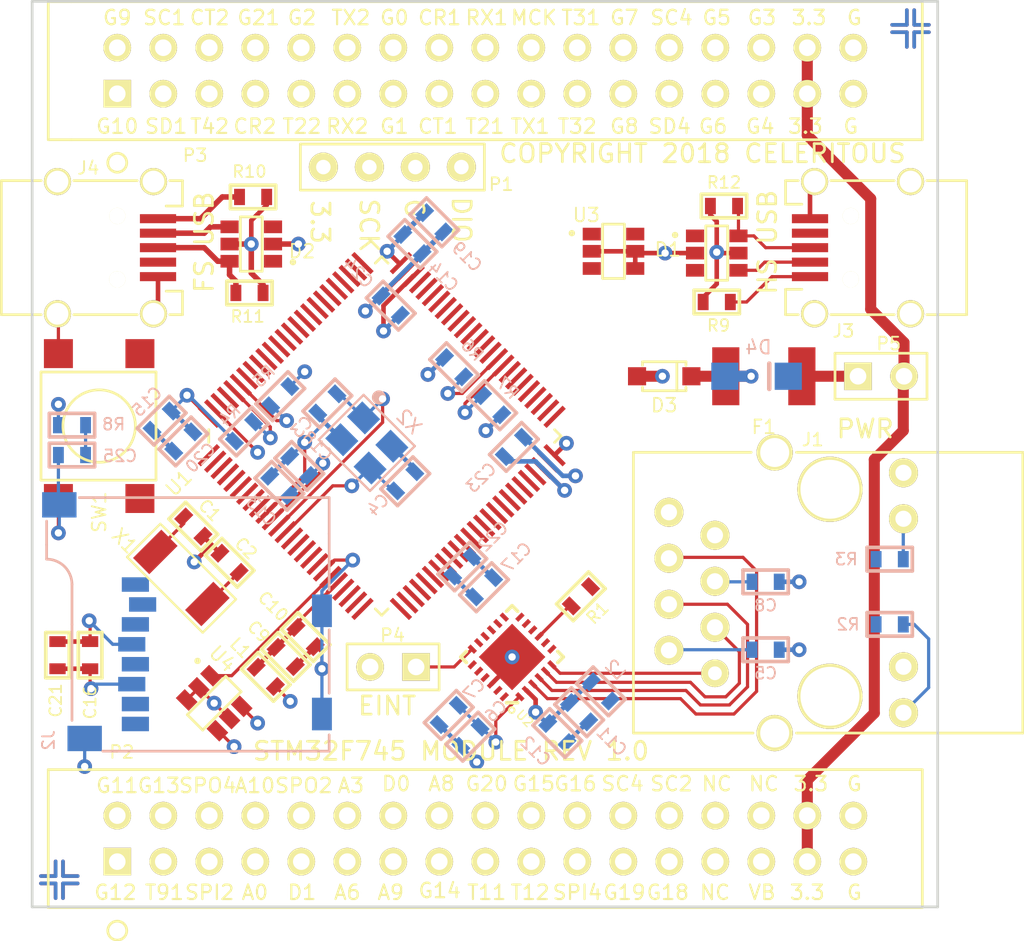
<source format=kicad_pcb>
(kicad_pcb (version 20221018) (generator pcbnew)
  (layers (0 "F.Cu" signal) (1 "In1.Cu" power "+3.3V") (2 "In2.Cu" power "GND") (31 "B.Cu" signal) (34 "B.Paste" user) (35 "F.Paste" user) (36 "B.SilkS" user "B.Silkscreen") (37 "F.SilkS" user "F.Silkscreen") (38 "B.Mask" user) (39 "F.Mask" user) (44 "Edge.Cuts" user))
  (net 0 "")
  (net 1 "/OSC32IN")
  (net 2 "GND")
  (net 3 "/OSC32OUT")
  (net 4 "/OSCHSIN")
  (net 5 "/OSCHSOUT")
  (net 6 "/USB_HS_DM")
  (net 7 "/USB_HS_DP")
  (net 8 "Net-(D1-Pad4)")
  (net 9 "Net-(D1-Pad6)")
  (net 10 "/USB_FS_DM")
  (net 11 "/USB_FS_DP")
  (net 12 "Net-(D2-Pad4)")
  (net 13 "Net-(D2-Pad6)")
  (net 14 "/SDMMC_D1")
  (net 15 "/SDMMC_D0")
  (net 16 "/SDMMC_CK")
  (net 17 "/SDMMC_CMD")
  (net 18 "/SDMMC_D3")
  (net 19 "/SDMMC_D2")
  (net 20 "/JTAG_SWDIO")
  (net 21 "/JTAG_SWCLK")
  (net 22 "/GPIO_11")
  (net 23 "/GPIO_12")
  (net 24 "/GPIO_13")
  (net 25 "/TIM9_CH1")
  (net 26 "/SPI4_MOSI")
  (net 27 "/ADC_10")
  (net 28 "/SPI2_MISO")
  (net 29 "/SPI2_MOSI")
  (net 30 "/ADC_0")
  (net 31 "/ADC_3")
  (net 32 "/DAC_1")
  (net 33 "/DAC_0")
  (net 34 "/ADC_6")
  (net 35 "/ADC_8")
  (net 36 "/ADC_9")
  (net 37 "/GPIO_20")
  (net 38 "/GPIO_14")
  (net 39 "/GPIO_15")
  (net 40 "/TIM1_CH1")
  (net 41 "/GPIO_16")
  (net 42 "/TIM1_CH2")
  (net 43 "/GPIO_17")
  (net 44 "/SPI4_MISO")
  (net 45 "/GPIO_18")
  (net 46 "/GPIO_19")
  (net 47 "/SPI2_SCK")
  (net 48 "/GPIO_9")
  (net 49 "/GPIO_10")
  (net 50 "/I2C1_SCL")
  (net 51 "/I2C1_SDA")
  (net 52 "/CAN2_TX")
  (net 53 "/TIM4_CH2")
  (net 54 "/GPIO_21")
  (net 55 "/CAN2_RX")
  (net 56 "/GPIO_2")
  (net 57 "/TIM2_CH2")
  (net 58 "/USART2_TX")
  (net 59 "/USART2_RX")
  (net 60 "/GPIO_0")
  (net 61 "/GPIO_1")
  (net 62 "/CAN1_RX")
  (net 63 "/CAN1_TX")
  (net 64 "/USART1_RX")
  (net 65 "/TIM2_CH1")
  (net 66 "/MCLKOUT")
  (net 67 "/USART1_TX")
  (net 68 "/TIM3_CH1")
  (net 69 "/TIM3_CH2")
  (net 70 "/GPIO_7")
  (net 71 "/GPIO_8")
  (net 72 "/I2C4_SCL")
  (net 73 "/I2C4_SDA")
  (net 74 "/GPIO_5")
  (net 75 "/GPIO_6")
  (net 76 "/GPIO_3")
  (net 77 "/GPIO_4")
  (net 78 "/ETH_MDC")
  (net 79 "/ETH_REF_CLK")
  (net 80 "/ETH_MDIO")
  (net 81 "/ETH_CRS_DV")
  (net 82 "/ETH_RXD0")
  (net 83 "/ETH_RXD1")
  (net 84 "/ETH_TXD0")
  (net 85 "/ETH_TXD1")
  (net 86 "Net-(J1-Pad9)")
  (net 87 "Net-(J1-Pad11)")
  (net 88 "/VBATT")
  (net 89 "/+3.3VANA")
  (net 90 "/VCAP1")
  (net 91 "/VCAP2")
  (net 92 "/ETH_RXM")
  (net 93 "/ETH_RXP")
  (net 94 "/ETH_TXM")
  (net 95 "/ETH_TXP")
  (net 96 "/ETH_TXC")
  (net 97 "Net-(C6-Pad1)")
  (net 98 "/ETH_RXC")
  (net 99 "/+3.3VETH")
  (net 100 "+3.3V")
  (net 101 "Net-(F1-Pad2)")
  (net 102 "/+3.3VEXT")
  (net 103 "/ETH_INT")
  (net 104 "Net-(R1-Pad2)")
  (net 105 "/ETH_LED")
  (net 106 "/+3.0VREF")
  (net 107 "Net-(J1-Pad7)")
  (net 108 "Net-(J3-Pad4)")
  (net 109 "Net-(J4-Pad4)")
  (net 110 "Net-(P2-Pad27)")
  (net 111 "Net-(P2-Pad30)")
  (net 112 "/MCU_RST")
  (net 113 "/ETH_TX_EN")
  (net 114 "/BOOT0")
  (net 115 "Net-(U2-Pad7)")
  (net 116 "Net-(U2-Pad17)")
  (net 117 "/ETH_TXEN")
  (net 118 "Net-(C25-Pad1)")
  (net 119 "Net-(J3-Pad1)")
  (net 120 "Net-(J4-Pad1)")
  (net 121 "/SPI4_SCK")
  (net 122 "Net-(P2-Pad28)")
  (footprint "KiCad:P0603" (layer "F.Cu") (at 63.9 135 -45)
    (fp_text reference "C1")
    (fp_text value "12pF" hide)
  )
  (footprint "KiCad:P0603" (layer "F.Cu") (at 65.9 137 135)
    (fp_text reference "C2")
    (fp_text value "12pF" hide)
  )
  (footprint "KiCad:SOT23-6" (layer "F.Cu") (at 94 119.9 -90)
    (fp_text reference "D1")
    (fp_text value "USBLC6-2" hide)
  )
  (footprint "KiCad:SOT23-6" (layer "F.Cu") (at 65.9 119.4 90)
    (fp_text reference "D2")
    (fp_text value "USBLC6-2" hide)
  )
  (footprint "KiCad:CONNECTOR_ETHERNET_SI60062" (layer "F.Cu") (at 92.7 143.1 90)
    (fp_text reference "J1")
    (fp_text value "CONNECTOR_RJ45_SI-60062" hide)
  )
  (footprint "KiCad:CONN_USB_UX60-MB" (layer "F.Cu") (at 98 119.6 90)
    (fp_text reference "J3")
    (fp_text value "USB_MINI_B_SMD" hide)
  )
  (footprint "KiCad:CONN_USB_UX60-MB" (layer "F.Cu") (at 61.9 119.6 -90)
    (fp_text reference "J4")
    (fp_text value "USB_MINI_B_SMD" hide)
  )
  (footprint "KiCad:QFP_100_14X14_0.5" (layer "F.Cu") (at 74.3 130 45)
    (fp_text reference "U1")
    (fp_text value "STM32F745VE" hide)
  )
  (footprint "KiCad:QFN24_4X4mm_0.5mm_PWR" (layer "F.Cu") (at 81.5 142.2 135)
    (fp_text reference "U2")
    (fp_text value "KSZ8081RNA" hide)
  )
  (footprint "KiCad:SOT23-6" (layer "F.Cu") (at 88.3 119.8 -90)
    (fp_text reference "U3")
    (fp_text value "24AA02E64OT" hide)
  )
  (footprint "KiCad:XTAL_1.8X4.9mm" (layer "F.Cu") (at 61.8 136.4 -45)
    (fp_text reference "X1")
    (fp_text value "ABS10-32.768kHz" hide)
  )
  (footprint "KiCad:Header_2x17_Shrouded_100mil" (layer "F.Cu") (at 59.7 153.5)
    (fp_text reference "P2")
    (fp_text value "Header_2x17" hide)
  )
  (footprint "KiCad:Header_2x17_Shrouded_100mil" (layer "F.Cu") (at 59.7 111.1)
    (fp_text reference "P3")
    (fp_text value "Header_2x17" hide)
  )
  (footprint "KiCad:P0603" (layer "F.Cu") (at 69 142.2 -45)
    (fp_text reference "C9")
    (fp_text value "0.10uF" hide)
  )
  (footprint "KiCad:P0603" (layer "F.Cu") (at 70.1 141.1 -45)
    (fp_text reference "C10")
    (fp_text value "10.0uF" hide)
  )
  (footprint "KiCad:P0603" (layer "F.Cu") (at 58.2 142.1 -90)
    (fp_text reference "C16")
    (fp_text value "0.10uF" hide)
  )
  (footprint "KiCad:P0603" (layer "F.Cu") (at 56.4 142.1 -90)
    (fp_text reference "C21")
    (fp_text value "10.0uF" hide)
  )
  (footprint "KiCad:SOD123" (layer "F.Cu") (at 89.9 126.7 180)
    (fp_text reference "D3")
    (fp_text value "SMP3V3" hide)
  )
  (footprint "KiCad:P1812" (layer "F.Cu") (at 95.4 126.7)
    (fp_text reference "F1")
    (fp_text value "FUSE_PTC_.75A_33V" hide)
  )
  (footprint "KiCad:P0603" (layer "F.Cu") (at 67.9 143.3 135)
    (fp_text reference "L1")
    (fp_text value "FERRITE_BEAD" hide)
  )
  (footprint "KiCad:Header_2x1_Shrouded_100mil" (layer "F.Cu") (at 76.2 142.75 90)
    (fp_text reference "P4")
    (fp_text value "Header_2x1" hide)
  )
  (footprint "KiCad:Header_2x1_Shrouded_100mil" (layer "F.Cu") (at 100.6 126.7 -90)
    (fp_text reference "P5")
    (fp_text value "Header_2x1" hide)
  )
  (footprint "KiCad:P0603" (layer "F.Cu") (at 85.3 138.85 -135)
    (fp_text reference "R1")
    (fp_text value "6.49kΩ" hide)
  )
  (footprint "KiCad:SOT23-6" (layer "F.Cu") (at 65.9 145.6 -135)
    (fp_text reference "U4")
    (fp_text value "MCP1501-30" hide)
  )
  (footprint "KiCad:Connector_1x4_100mil_TH" (layer "F.Cu") (at 78.7 115.15 -90)
    (fp_text reference "P1")
    (fp_text value "CONN_1x4" hide)
  )
  (footprint "Kicad:SWITCH_6MM_PB" (layer "F.Cu") (at 58.7 129.45 -90)
    (fp_text reference "SW1")
    (fp_text value "PUSHBUTTON_SPST_6MM_SMD" hide)
  )
  (footprint "Kicad:FIDUCIAL_TOP" (layer "F.Cu") (at 56.5 154.5)
    (fp_text reference "REF03" hide)
    (fp_text value "FIDUCIAL_TOP" hide)
  )
  (footprint "Kicad:FIDUCIAL_TOP" (layer "F.Cu") (at 103.5 107.5)
    (fp_text reference "REF02" hide)
    (fp_text value "FIDUCIAL_TOP" hide)
  )
  (footprint "Kicad:FIDUCIAL_BOTTOM" (layer "F.Cu") (at 56.5 154.5)
    (fp_text reference "REF04" hide)
    (fp_text value "FIDUCIAL_BOTTOM" hide)
  )
  (footprint "Kicad:FIDUCIAL_BOTTOM" (layer "F.Cu") (at 103.5 107.5)
    (fp_text reference "REF01" hide)
    (fp_text value "FIDUCIAL_BOTTOM" hide)
  )
  (footprint "Kicad:P0603" (layer "F.Cu") (at 92.8 122.6)
    (fp_text reference "R9")
    (fp_text value "ZERO_Ω" hide)
  )
  (footprint "Kicad:P0603" (layer "F.Cu") (at 67.2 116.8 180)
    (fp_text reference "R10")
    (fp_text value "ZERO_Ω" hide)
  )
  (footprint "Kicad:P0603" (layer "F.Cu") (at 67 122.1 180)
    (fp_text reference "R11")
    (fp_text value "1.50kΩ" hide)
  )
  (footprint "Kicad:P0603" (layer "F.Cu") (at 93.2 117.3 180)
    (fp_text reference "R12")
    (fp_text value "1.50kΩ" hide)
  )
  (footprint "KiCad:P0603" (layer "B.Cu") (at 71.3 128.2 -135)
    (fp_text reference "C3")
    (fp_text value "12pF" hide)
  )
  (footprint "KiCad:P0603" (layer "B.Cu") (at 75.6 132.5 45)
    (fp_text reference "C4")
    (fp_text value "12pF" hide)
  )
  (footprint "KiCad:XTAL_3.2X2.5" (layer "B.Cu") (at 73.3 129 -45)
    (fp_text reference "X2")
    (fp_text value "ABM8G-12.00MHz" hide)
  )
  (footprint "KiCad:P0603" (layer "B.Cu") (at 95.5 141.8)
    (fp_text reference "C5")
    (fp_text value "0.10uF" hide)
  )
  (footprint "KiCad:P0603" (layer "B.Cu") (at 79.2 146.6 -135)
    (fp_text reference "C6")
    (fp_text value "0.10uF" hide)
  )
  (footprint "KiCad:P0603" (layer "B.Cu") (at 78 145.4 -135)
    (fp_text reference "C7")
    (fp_text value "2.2uF" hide)
  )
  (footprint "KiCad:P0603" (layer "B.Cu") (at 95.5 138.05)
    (fp_text reference "C8")
    (fp_text value "0.10uF" hide)
  )
  (footprint "KiCad:P0603" (layer "B.Cu") (at 85.2 145.25 -45)
    (fp_text reference "C11")
    (fp_text value "0.10uF" hide)
  )
  (footprint "KiCad:P0603" (layer "B.Cu") (at 84 146.4 -45)
    (fp_text reference "C12")
    (fp_text value "10.0uF" hide)
  )
  (footprint "KiCad:P0603" (layer "B.Cu") (at 68.65 132.75 135)
    (fp_text reference "C13")
    (fp_text value "0.10uF" hide)
  )
  (footprint "KiCad:P0603" (layer "B.Cu") (at 76 119.4 -45)
    (fp_text reference "C14")
    (fp_text value "0.10uF" hide)
  )
  (footprint "KiCad:P0603" (layer "B.Cu") (at 62.15 129.15 -135)
    (fp_text reference "C15")
    (fp_text value "0.10uF" hide)
  )
  (footprint "KiCad:P0603" (layer "B.Cu") (at 79.95 138.35 45)
    (fp_text reference "C17")
    (fp_text value "0.10uF" hide)
  )
  (footprint "KiCad:P0603" (layer "B.Cu") (at 69.75 131.65 135)
    (fp_text reference "C18")
    (fp_text value "10.0uF" hide)
  )
  (footprint "KiCad:P0603" (layer "B.Cu") (at 77.2 118.2 -45)
    (fp_text reference "C19")
    (fp_text value "10.0uF" hide)
  )
  (footprint "KiCad:P0603" (layer "B.Cu") (at 63.35 130.3 -135)
    (fp_text reference "C20")
    (fp_text value "10.0uF" hide)
  )
  (footprint "KiCad:P0603" (layer "B.Cu") (at 78.75 137.2 45)
    (fp_text reference "C22")
    (fp_text value "10.0uF" hide)
  )
  (footprint "KiCad:P0603" (layer "B.Cu") (at 81.6 130.6 45)
    (fp_text reference "C23")
    (fp_text value "2.2uF" hide)
  )
  (footprint "KiCad:P0603" (layer "B.Cu") (at 74.8 122.8 135)
    (fp_text reference "C24")
    (fp_text value "2.2uF" hide)
  )
  (footprint "KiCad:P0603" (layer "B.Cu") (at 86.4 144.1 135)
    (fp_text reference "L2")
    (fp_text value "FERRITE_BEAD" hide)
  )
  (footprint "KiCad:P0603" (layer "B.Cu") (at 102.35 140.4)
    (fp_text reference "R2")
    (fp_text value "220.0Ω" hide)
  )
  (footprint "KiCad:P0603" (layer "B.Cu") (at 102.35 136.8)
    (fp_text reference "R3")
    (fp_text value "220.0Ω" hide)
  )
  (footprint "Kicad:CONN_SDMICRO_3M" (layer "B.Cu") (at 58.8 147.4 -90)
    (fp_text reference "J2")
    (fp_text value "SOCKET_MICRO_SD_SMT_3M" hide)
  )
  (footprint "Kicad:P0603" (layer "B.Cu") (at 57.2 131.05 180)
    (fp_text reference "C25")
    (fp_text value "0.010uF" hide)
  )
  (footprint "Kicad:MINI_SMA" (layer "B.Cu") (at 95 126.7)
    (fp_text reference "D4")
    (fp_text value "D_Small" hide)
  )
  (footprint "Kicad:P0603" (layer "B.Cu") (at 66.7 129.75 -135)
    (fp_text reference "R4")
    (fp_text value "4.70kΩ" hide)
  )
  (footprint "Kicad:P0603" (layer "B.Cu") (at 68.7 127.8 45)
    (fp_text reference "R5")
    (fp_text value "4.70kΩ" hide)
  )
  (footprint "Kicad:P0603" (layer "B.Cu") (at 78.3 126.2 135)
    (fp_text reference "R6")
    (fp_text value "4.70kΩ" hide)
  )
  (footprint "Kicad:P0603" (layer "B.Cu") (at 80.4 128.3 -45)
    (fp_text reference "R7")
    (fp_text value "4.70kΩ" hide)
  )
  (footprint "Kicad:P0603" (layer "B.Cu") (at 57.2 129.4)
    (fp_text reference "R8")
    (fp_text value "4.70kΩ" hide)
  )
  (gr_line (start 55 156) (end 105 156) (stroke (width 0.15)) (layer "Edge.Cuts"))
  (gr_line (start 105 156) (end 105 106) (stroke (width 0.15)) (layer "Edge.Cuts"))
  (gr_line (start 55 106) (end 55 156) (stroke (width 0.15)) (layer "Edge.Cuts"))
  (gr_line (start 105 106) (end 55 106) (stroke (width 0.15)) (layer "Edge.Cuts"))
  (gr_text "G19" (at 87.7 155.2) (layer "F.SilkS") (effects (font (size 0.8 0.8) (thickness 0.12))))
  (gr_text "CT2" (at 64.8 106.9) (layer "F.SilkS") (effects (font (size 0.8 0.8) (thickness 0.12))))
  (gr_text "T22" (at 69.9 112.9) (layer "F.SilkS") (effects (font (size 0.8 0.8) (thickness 0.12))))
  (gr_text "G" (at 100.4 155.2) (layer "F.SilkS") (effects (font (size 0.8 0.8) (thickness 0.12))))
  (gr_text "T12" (at 82.5 155.2) (layer "F.SilkS") (effects (font (size 0.8 0.8) (thickness 0.12))))
  (gr_text "A9" (at 74.8 155.2) (layer "F.SilkS") (effects (font (size 0.8 0.8) (thickness 0.12))))
  (gr_text "TX2" (at 72.6 106.9) (layer "F.SilkS") (effects (font (size 0.8 0.8) (thickness 0.12))))
  (gr_text "G2" (at 69.9 106.9) (layer "F.SilkS") (effects (font (size 0.8 0.8) (thickness 0.12))))
  (gr_text "D0" (at 75.1 149.2) (layer "F.SilkS") (effects (font (size 0.8 0.8) (thickness 0.12))))
  (gr_text "3.3" (at 97.7 112.9) (layer "F.SilkS") (effects (font (size 0.8 0.8) (thickness 0.12))))
  (gr_text "T42" (at 64.8 112.9) (layer "F.SilkS") (effects (font (size 0.8 0.8) (thickness 0.12))))
  (gr_text "T21" (at 80 112.9) (layer "F.SilkS") (effects (font (size 0.8 0.8) (thickness 0.12))))
  (gr_text "FS USB" (at 64.5 119.3 90) (layer "F.SilkS") (effects (font (size 1 1))))
  (gr_text "T91" (at 62.3 155.2) (layer "F.SilkS") (effects (font (size 0.8 0.8) (thickness 0.12))))
  (gr_text "CR2" (at 67.3 112.9) (layer "F.SilkS") (effects (font (size 0.8 0.8) (thickness 0.12))))
  (gr_text "A10" (at 67.3 149.3) (layer "F.SilkS") (effects (font (size 0.8 0.8) (thickness 0.12))))
  (gr_text "A3" (at 72.6 149.3) (layer "F.SilkS") (effects (font (size 0.8 0.8) (thickness 0.12))))
  (gr_text "T31" (at 85.3 106.9) (layer "F.SilkS") (effects (font (size 0.8 0.8) (thickness 0.12))))
  (gr_text "SD1" (at 62.4 112.9) (layer "F.SilkS") (effects (font (size 0.8 0.8) (thickness 0.12))))
  (gr_text "G10" (at 59.7 112.9) (layer "F.SilkS") (effects (font (size 0.8 0.8) (thickness 0.12))))
  (gr_text "EINT" (at 74.6 144.9) (layer "F.SilkS") (effects (font (size 1 1))))
  (gr_text "D1" (at 69.9 155.2) (layer "F.SilkS") (effects (font (size 0.8 0.8) (thickness 0.12))))
  (gr_text "RX2" (at 72.4 112.9) (layer "F.SilkS") (effects (font (size 0.8 0.8) (thickness 0.12))))
  (gr_text "T11" (at 80.1 155.2) (layer "F.SilkS") (effects (font (size 0.8 0.8) (thickness 0.12))))
  (gr_text "SPO2" (at 70 149.3) (layer "F.SilkS") (effects (font (size 0.8 0.8) (thickness 0.12))))
  (gr_text "SC1" (at 62.3 106.9) (layer "F.SilkS") (effects (font (size 0.8 0.8) (thickness 0.12))))
  (gr_text "G4" (at 95.2 112.9) (layer "F.SilkS") (effects (font (size 0.8 0.8) (thickness 0.12))))
  (gr_text "RX1" (at 80.1 106.9) (layer "F.SilkS") (effects (font (size 0.8 0.8) (thickness 0.12))))
  (gr_text "G" (at 100.4 106.9) (layer "F.SilkS") (effects (font (size 0.8 0.8) (thickness 0.12))))
  (gr_text "SPI2" (at 64.8 155.2) (layer "F.SilkS") (effects (font (size 0.8 0.8) (thickness 0.12))))
  (gr_text "A6" (at 72.4 155.2) (layer "F.SilkS") (effects (font (size 0.8 0.8) (thickness 0.12))))
  (gr_text "3.3" (at 97.8 155.2) (layer "F.SilkS") (effects (font (size 0.8 0.8) (thickness 0.12))))
  (gr_text "G16" (at 85 149.2) (layer "F.SilkS") (effects (font (size 0.8 0.8) (thickness 0.12))))
  (gr_text "MCK" (at 82.7 106.9) (layer "F.SilkS") (effects (font (size 0.8 0.8) (thickness 0.12))))
  (gr_text "G5" (at 92.8 106.9) (layer "F.SilkS") (effects (font (size 0.8 0.8) (thickness 0.12))))
  (gr_text "G1" (at 75 112.9) (layer "F.SilkS") (effects (font (size 0.8 0.8) (thickness 0.12))))
  (gr_text "VB" (at 95.3 155.2) (layer "F.SilkS") (effects (font (size 0.8 0.8) (thickness 0.12))))
  (gr_text "3.3" (at 98 149.2) (layer "F.SilkS") (effects (font (size 0.8 0.8) (thickness 0.12))))
  (gr_text "NC" (at 92.8 149.2) (layer "F.SilkS") (effects (font (size 0.8 0.8) (thickness 0.12))))
  (gr_text "G" (at 100.2 112.9) (layer "F.SilkS") (effects (font (size 0.8 0.8) (thickness 0.12))))
  (gr_text "T32" (at 85.1 112.9) (layer "F.SilkS") (effects (font (size 0.8 0.8) (thickness 0.12))))
  (gr_text "NC" (at 92.7 155.2) (layer "F.SilkS") (effects (font (size 0.8 0.8) (thickness 0.12))))
  (gr_text "G20" (at 80.1 149.2) (layer "F.SilkS") (effects (font (size 0.8 0.8) (thickness 0.12))))
  (gr_text "G7" (at 87.7 106.9) (layer "F.SilkS") (effects (font (size 0.8 0.8) (thickness 0.12))))
  (gr_text "G18" (at 90.1 155.2) (layer "F.SilkS") (effects (font (size 0.8 0.8) (thickness 0.12))))
  (gr_text "G12" (at 59.6 155.2) (layer "F.SilkS") (effects (font (size 0.8 0.8) (thickness 0.12))))
  (gr_text "G" (at 76.1 116.8 270) (layer "F.SilkS") (effects (font (size 1 1)) (justify left)))
  (gr_text "G0" (at 75 106.9) (layer "F.SilkS") (effects (font (size 0.8 0.8) (thickness 0.12))))
  (gr_text "TX1" (at 82.5 112.9) (layer "F.SilkS") (effects (font (size 0.8 0.8) (thickness 0.12))))
  (gr_text "G11" (at 59.7 149.3) (layer "F.SilkS") (effects (font (size 0.8 0.8) (thickness 0.12))))
  (gr_text "G6" (at 92.6 112.9) (layer "F.SilkS") (effects (font (size 0.8 0.8) (thickness 0.12))))
  (gr_text "DIO" (at 78.7 116.7 270) (layer "F.SilkS") (effects (font (size 1 1)) (justify left)))
  (gr_text "SPI4" (at 85.1 155.2) (layer "F.SilkS") (effects (font (size 0.8 0.8) (thickness 0.12))))
  (gr_text "G15" (at 82.7 149.2) (layer "F.SilkS") (effects (font (size 0.8 0.8) (thickness 0.12))))
  (gr_text "CT1" (at 77.4 112.9) (layer "F.SilkS") (effects (font (size 0.8 0.8) (thickness 0.12))))
  (gr_text "G14" (at 77.5 155.1) (layer "F.SilkS") (effects (font (size 0.8 0.8) (thickness 0.12))))
  (gr_text "CR1" (at 77.5 106.9) (layer "F.SilkS") (effects (font (size 0.8 0.8) (thickness 0.12))))
  (gr_text "G9" (at 59.7 106.9) (layer "F.SilkS") (effects (font (size 0.8 0.8) (thickness 0.12))))
  (gr_text "NC" (at 95.4 149.2) (layer "F.SilkS") (effects (font (size 0.8 0.8) (thickness 0.12))))
  (gr_text "SC2" (at 90.3 149.2) (layer "F.SilkS") (effects (font (size 0.8 0.8) (thickness 0.12))))
  (gr_text "SPO4" (at 64.7 149.3) (layer "F.SilkS") (effects (font (size 0.8 0.8) (thickness 0.12))))
  (gr_text "PWR" (at 101 129.6) (layer "F.SilkS") (effects (font (size 1 1))))
  (gr_text "G8" (at 87.7 112.9) (layer "F.SilkS") (effects (font (size 0.8 0.8) (thickness 0.12))))
  (gr_text "G13" (at 62 149.3) (layer "F.SilkS") (effects (font (size 0.8 0.8) (thickness 0.12))))
  (gr_text "3.3" (at 97.9 106.9) (layer "F.SilkS") (effects (font (size 0.8 0.8) (thickness 0.12))))
  (gr_text "HS USB" (at 95.6 119.3 90) (layer "F.SilkS") (effects (font (size 1 1))))
  (gr_text "A8" (at 77.6 149.2) (layer "F.SilkS") (effects (font (size 0.8 0.8) (thickness 0.12))))
  (gr_text "G3" (at 95.3 106.9) (layer "F.SilkS") (effects (font (size 0.8 0.8) (thickness 0.12))))
  (gr_text "G21" (at 67.5 106.9) (layer "F.SilkS") (effects (font (size 0.8 0.8) (thickness 0.12))))
  (gr_text "A0" (at 67.3 155.2) (layer "F.SilkS") (effects (font (size 0.8 0.8) (thickness 0.12))))
  (gr_text "3.3" (at 70.9 116.9 270) (layer "F.SilkS") (effects (font (size 1 1)) (justify left)))
  (gr_text "SC4" (at 90.3 106.9) (layer "F.SilkS") (effects (font (size 0.8 0.8) (thickness 0.12))))
  (gr_text "G" (at 100.4 149.2) (layer "F.SilkS") (effects (font (size 0.8 0.8) (thickness 0.12))))
  (gr_text "STM32F745 MODULE REV 1.0" (at 67.1 147.4) (layer "F.SilkS") (effects (font (size 1 1)) (justify left)))
  (gr_text "SD4" (at 90.2 112.9) (layer "F.SilkS") (effects (font (size 0.8 0.8) (thickness 0.12))))
  (gr_text "SCK" (at 73.6 116.8 270) (layer "F.SilkS") (effects (font (size 1 1)) (justify left)))
  (gr_text "COPYRIGHT 2018 CELERITOUS " (at 80.7 114.4) (layer "F.SilkS") (effects (font (size 1 1)) (justify left)))
  (gr_text "SC4" (at 87.6 149.2) (layer "F.SilkS") (effects (font (size 0.8 0.8) (thickness 0.12))))
  (segment (start 63.36967 134.83033) (end 61.8 136.4) (width 0.1778) (layer "F.Cu") (net 1))
  (segment (start 63.36967 134.46967) (end 63.36967 134.83033) (width 0.1778) (layer "F.Cu") (net 1))
  (segment (start 75.692388 120.807612) (end 73.4 123.1) (width 0.254) (layer "F.Cu") (net 2))
  (segment (start 64.9 136) (end 64.43033 135.53033) (width 0.254) (layer "F.Cu") (net 2))
  (segment (start 88.4 119.9) (end 88.3 119.8) (width 0.254) (layer "F.Cu") (net 2))
  (segment (start 97.95 116.2) (end 98.2 115.95) (width 0.254) (layer "F.Cu") (net 2))
  (segment (start 61.95 123) (end 61.7 123.25) (width 0.254) (layer "F.Cu") (net 2))
  (segment (start 80.361558 143.688442) (end 81.5 142.55) (width 0.254) (layer "F.Cu") (net 2))
  (segment (start 81.5 142.55) (end 81.5 142.2) (width 0.254) (layer "F.Cu") (net 2))
  (segment (start 64.202943 143.902944) (end 63.531192 144.574695) (width 0.1778) (layer "F.Cu") (net 2))
  (segment (start 71.125379 137.424621) (end 71.7 136.85) (width 0.1778) (layer "F.Cu") (net 2))
  (segment (start 71.7 136.85) (end 72.7 136.85) (width 0.1778) (layer "F.Cu") (net 2))
  (segment (start 70.68033 141.63033) (end 71 141.95) (width 0.1778) (layer "F.Cu") (net 2))
  (segment (start 71 141.95) (end 71 142.85) (width 0.1778) (layer "F.Cu") (net 2))
  (segment (start 67.957359 134.242641) (end 70.05 132.15) (width 0.1778) (layer "F.Cu") (net 2))
  (segment (start 70.05 132.15) (end 70.05 130.35) (width 0.1778) (layer "F.Cu") (net 2))
  (segment (start 65.135786 128.585786) (end 67.45 130.9) (width 0.1778) (layer "F.Cu") (net 2))
  (segment (start 56.45 123.3) (end 56.4 123.25) (width 0.1778) (layer "F.Cu") (net 2))
  (segment (start 58.25 143.95) (end 58.2 143.9) (width 0.1778) (layer "F.Cu") (net 2))
  (segment (start 58.2 143.9) (end 58.2 142.85) (width 0.1778) (layer "F.Cu") (net 2))
  (segment (start 65.107612 128.585786) (end 65.135786 128.585786) (width 0.1778) (layer "F.Cu") (net 2))
  (segment (start 69.53033 142.73033) (end 70.63033 141.63033) (width 0.254) (layer "F.Cu") (net 2))
  (segment (start 88.4 119.9) (end 89.95 119.9) (width 0.254) (layer "F.Cu") (net 2))
  (segment (start 80.361558 143.691995) (end 80.361558 143.688442) (width 0.254) (layer "F.Cu") (net 2))
  (segment (start 64.202944 143.902944) (end 64.202943 143.902944) (width 0.1778) (layer "F.Cu") (net 2))
  (segment (start 68.3 119.4) (end 69.7 119.4) (width 0.3048) (layer "F.Cu") (net 2))
  (segment (start 56.4 142.85) (end 58.2 142.85) (width 0.254) (layer "F.Cu") (net 2))
  (segment (start 56.45 125.45) (end 56.45 123.3) (width 0.1778) (layer "F.Cu") (net 2))
  (segment (start 67.936039 134.242641) (end 67.936039 134.263961) (width 0.254) (layer "F.Cu") (net 2))
  (segment (start 67.936039 134.242641) (end 67.957359 134.242641) (width 0.1778) (layer "F.Cu") (net 2))
  (segment (start 89.95 119.9) (end 91.6 119.9) (width 0.254) (layer "F.Cu") (net 2))
  (segment (start 97.95 118) (end 97.95 116.2) (width 0.254) (layer "F.Cu") (net 2))
  (segment (start 70.63033 141.63033) (end 70.68033 141.63033) (width 0.1778) (layer "F.Cu") (net 2))
  (segment (start 88.4 126.7) (end 89.8 126.7) (width 0.6096) (layer "F.Cu") (net 2))
  (segment (start 71.118019 137.424621) (end 71.125379 137.424621) (width 0.1778) (layer "F.Cu") (net 2))
  (segment (start 88.3 119.8) (end 88.3 120.75) (width 0.254) (layer "F.Cu") (net 2))
  (segment (start 65.36967 136.46967) (end 64.9 136) (width 0.254) (layer "F.Cu") (net 2))
  (segment (start 61.95 121.2) (end 61.95 123) (width 0.254) (layer "F.Cu") (net 2))
  (segment (start 64.9 136) (end 63.95 136.95) (width 0.254) (layer "F.Cu") (net 2))
  (segment (start 75.714214 120.807612) (end 75.692388 120.807612) (width 0.254) (layer "F.Cu") (net 2))
  (segment (start 56.45 133.45) (end 56.45 135.35) (width 0.1778) (layer "F.Cu") (net 2))
  (segment (start 65.05 144.75) (end 65.9 145.6) (width 0.1778) (layer "F.Cu") (net 2))
  (segment (start 88.3 119.8) (end 85.9 119.8) (width 0.254) (layer "F.Cu") (net 2))
  (segment (start 64.202944 143.902944) (end 65.05 144.75) (width 0.1778) (layer "F.Cu") (net 2))
  (via (at 81.5 142.2) (size 0.8128) (drill 0.4064) (layers "F.Cu" "B.Cu") (net 2))
  (via (at 89.8 126.7) (size 0.8128) (drill 0.4064) (layers "F.Cu" "B.Cu") (net 2))
  (via (at 97.35 141.8) (size 0.8128) (drill 0.4064) (layers "F.Cu" "B.Cu") (net 2))
  (via (at 72.7 136.85) (size 0.8128) (drill 0.4064) (layers "F.Cu" "B.Cu") (net 2))
  (via (at 56.45 135.35) (size 0.8128) (drill 0.4064) (layers "F.Cu" "B.Cu") (net 2))
  (via (at 70.05 130.35) (size 0.8128) (drill 0.4064) (layers "F.Cu" "B.Cu") (net 2))
  (via (at 57.9 148.25) (size 0.8128) (drill 0.4064) (layers "F.Cu" "B.Cu") (net 2))
  (via (at 63.95 136.95) (size 0.8128) (drill 0.4064) (layers "F.Cu" "B.Cu") (net 2))
  (via (at 67.45 130.9) (size 0.8128) (drill 0.4064) (layers "F.Cu" "B.Cu") (net 2))
  (via (at 79.55 148) (size 0.8128) (drill 0.4064) (layers "F.Cu" "B.Cu") (net 2))
  (via (at 97.35 138.05) (size 0.8128) (drill 0.4064) (layers "F.Cu" "B.Cu") (net 2))
  (via (at 73.4 123.1) (size 0.8128) (drill 0.4064) (layers "F.Cu" "B.Cu") (net 2))
  (via (at 71 142.85) (size 0.8128) (drill 0.4064) (layers "F.Cu" "B.Cu") (net 2))
  (via (at 89.95 119.9) (size 0.8128) (drill 0.4064) (layers "F.Cu" "B.Cu") (net 2))
  (via (at 65.05 144.75) (size 0.8128) (drill 0.4064) (layers "F.Cu" "B.Cu") (net 2))
  (via (at 69.7 119.4) (size 0.8128) (drill 0.4064) (layers "F.Cu" "B.Cu") (net 2))
  (via (at 58.25 143.95) (size 0.8128) (drill 0.4064) (layers "F.Cu" "B.Cu") (net 2))
  (via (at 85 132.2) (size 0.8128) (drill 0.4064) (layers "F.Cu" "B.Cu") (net 2))
  (segment (start 73.4 123.1) (end 74.23033 122.26967) (width 0.254) (layer "B.Cu") (net 2))
  (segment (start 74.23033 122.26967) (end 74.26967 122.26967) (width 0.254) (layer "B.Cu") (net 2))
  (segment (start 74.26967 122.19099) (end 76.53033 119.93033) (width 0.254) (layer "B.Cu") (net 2))
  (segment (start 82.16967 130.06967) (end 84.3 132.2) (width 0.254) (layer "B.Cu") (net 2))
  (segment (start 84.3 132.2) (end 85 132.2) (width 0.254) (layer "B.Cu") (net 2))
  (segment (start 76.13033 131.83033) (end 74.862565 130.562565) (width 0.254) (layer "B.Cu") (net 2))
  (segment (start 70.76967 128.876378) (end 71.15 129.256708) (width 0.254) (layer "B.Cu") (net 2))
  (segment (start 61.66967 129.68033) (end 62.81967 130.83033) (width 0.254) (layer "B.Cu") (net 2))
  (segment (start 80.43033 137.81967) (end 79.28033 136.66967) (width 0.254) (layer "B.Cu") (net 2))
  (segment (start 85.68033 145.78033) (end 84.53033 146.93033) (width 0.254) (layer "B.Cu") (net 2))
  (segment (start 78.68033 147.13033) (end 79.55 148) (width 0.1778) (layer "B.Cu") (net 2))
  (segment (start 71.2 138.35) (end 71 138.55) (width 0.1778) (layer "B.Cu") (net 2))
  (segment (start 71 138.55) (end 71 139.65) (width 0.1778) (layer "B.Cu") (net 2))
  (segment (start 71 142.85) (end 71 145.35) (width 0.1778) (layer "B.Cu") (net 2))
  (segment (start 70.05 130.35) (end 69.28033 131.11967) (width 0.1778) (layer "B.Cu") (net 2))
  (segment (start 69.28033 131.11967) (end 69.21967 131.11967) (width 0.1778) (layer "B.Cu") (net 2))
  (segment (start 71.146646 129.253354) (end 71.15 129.25) (width 0.1778) (layer "B.Cu") (net 2))
  (segment (start 71.15 129.25) (end 71.15 129.256708) (width 0.1778) (layer "B.Cu") (net 2))
  (segment (start 71.15 129.256708) (end 72.096646 130.203354) (width 0.254) (layer "B.Cu") (net 2))
  (segment (start 56.45 135.35) (end 56.5 135.3) (width 0.1778) (layer "B.Cu") (net 2))
  (segment (start 56.5 135.3) (end 56.5 133.8) (width 0.1778) (layer "B.Cu") (net 2))
  (segment (start 58.5 143.7) (end 58.25 143.95) (width 0.1778) (layer "B.Cu") (net 2))
  (segment (start 56.45 133.75) (end 56.5 133.8) (width 0.1778) (layer "B.Cu") (net 2))
  (segment (start 76.13033 131.96967) (end 76.13033 131.83033) (width 0.254) (layer "B.Cu") (net 2))
  (segment (start 78.66967 147.13033) (end 78.68033 147.13033) (width 0.1778) (layer "B.Cu") (net 2))
  (segment (start 77.73033 118.73033) (end 76.53033 119.93033) (width 0.3048) (layer "B.Cu") (net 2))
  (segment (start 82.13033 130.06967) (end 82.16967 130.06967) (width 0.254) (layer "B.Cu") (net 2))
  (segment (start 71 139.65) (end 71 142.85) (width 0.1778) (layer "B.Cu") (net 2))
  (segment (start 56.45 131.05) (end 56.45 133.75) (width 0.1778) (layer "B.Cu") (net 2))
  (segment (start 96.25 138.05) (end 97.35 138.05) (width 0.254) (layer "B.Cu") (net 2))
  (segment (start 85.73033 145.78033) (end 85.68033 145.78033) (width 0.254) (layer "B.Cu") (net 2))
  (segment (start 70.05 130.35) (end 71.146646 129.253354) (width 0.1778) (layer "B.Cu") (net 2))
  (segment (start 72.7 136.85) (end 71.2 138.35) (width 0.1778) (layer "B.Cu") (net 2))
  (segment (start 80.48033 137.81967) (end 80.43033 137.81967) (width 0.254) (layer "B.Cu") (net 2))
  (segment (start 60.5 143.7) (end 58.5 143.7) (width 0.1778) (layer "B.Cu") (net 2))
  (segment (start 74.26967 122.26967) (end 74.26967 122.19099) (width 0.254) (layer "B.Cu") (net 2))
  (segment (start 70.76967 128.73033) (end 70.76967 128.876378) (width 0.254) (layer "B.Cu") (net 2))
  (segment (start 96.25 141.8) (end 97.35 141.8) (width 0.254) (layer "B.Cu") (net 2))
  (segment (start 77.46967 145.93033) (end 78.66967 147.13033) (width 0.254) (layer "B.Cu") (net 2))
  (segment (start 61.61967 129.68033) (end 61.66967 129.68033) (width 0.254) (layer "B.Cu") (net 2))
  (segment (start 57.9 146.7) (end 57.9 148.25) (width 0.1778) (layer "B.Cu") (net 2))
  (segment (start 69.21967 131.11967) (end 68.11967 132.21967) (width 0.254) (layer "B.Cu") (net 2))
  (segment (start 66.417034 137.53033) (end 64.673682 139.273682) (width 0.1778) (layer "F.Cu") (net 3))
  (segment (start 67.582486 133.889087) (end 67.582486 133.917514) (width 0.1778) (layer "F.Cu") (net 3))
  (segment (start 66.43033 137.53033) (end 66.417034 137.53033) (width 0.1778) (layer "F.Cu") (net 3))
  (segment (start 68.650253 134.949747) (end 74.35 129.25) (width 0.1778) (layer "F.Cu") (net 4))
  (segment (start 74.35 129.25) (end 74.35 127.95) (width 0.1778) (layer "F.Cu") (net 4))
  (segment (start 68.643146 134.949747) (end 68.650253 134.949747) (width 0.1778) (layer "F.Cu") (net 4))
  (via (at 74.35 127.95) (size 0.8128) (drill 0.4064) (layers "F.Cu" "B.Cu") (net 4))
  (segment (start 71.96967 127.66967) (end 73.3 129) (width 0.1778) (layer "B.Cu") (net 4))
  (segment (start 74.35 127.95) (end 73.3 129) (width 0.1778) (layer "B.Cu") (net 4))
  (segment (start 71.83033 127.66967) (end 71.96967 127.66967) (width 0.1778) (layer "B.Cu") (net 4))
  (segment (start 69.046699 135.303301) (end 71.6 132.75) (width 0.1778) (layer "F.Cu") (net 5))
  (segment (start 71.6 132.75) (end 72.65 132.75) (width 0.1778) (layer "F.Cu") (net 5))
  (segment (start 68.996699 135.303301) (end 69.046699 135.303301) (width 0.1778) (layer "F.Cu") (net 5))
  (via (at 72.65 132.75) (size 0.8128) (drill 0.4064) (layers "F.Cu" "B.Cu") (net 5))
  (segment (start 74.923621 133.03033) (end 73.65921 131.765919) (width 0.1778) (layer "B.Cu") (net 5))
  (segment (start 72.65 132.75) (end 73.634081 131.765919) (width 0.1778) (layer "B.Cu") (net 5))
  (segment (start 73.634081 131.765919) (end 73.65921 131.765919) (width 0.1778) (layer "B.Cu") (net 5))
  (segment (start 75.06967 133.03033) (end 74.923621 133.03033) (width 0.1778) (layer "B.Cu") (net 5))
  (segment (start 95.45 120.4) (end 95 120.85) (width 0.1778) (layer "F.Cu") (net 8))
  (segment (start 95 120.85) (end 94 120.85) (width 0.1778) (layer "F.Cu") (net 8))
  (segment (start 97.95 120.4) (end 95.45 120.4) (width 0.1778) (layer "F.Cu") (net 8))
  (segment (start 95.5 119.6) (end 94.85 118.95) (width 0.1778) (layer "F.Cu") (net 9))
  (segment (start 94.85 118.95) (end 94 118.95) (width 0.1778) (layer "F.Cu") (net 9))
  (segment (start 94 117.35) (end 93.95 117.3) (width 0.1778) (layer "F.Cu") (net 9))
  (segment (start 97.95 119.6) (end 95.5 119.6) (width 0.1778) (layer "F.Cu") (net 9))
  (segment (start 94 118.95) (end 94 117.35) (width 0.1778) (layer "F.Cu") (net 9))
  (segment (start 64.5 118.8) (end 64.85 118.45) (width 0.3048) (layer "F.Cu") (net 12))
  (segment (start 64.85 118.45) (end 65.9 118.45) (width 0.3048) (layer "F.Cu") (net 12))
  (segment (start 61.95 118.8) (end 64.5 118.8) (width 0.3048) (layer "F.Cu") (net 12))
  (segment (start 64.5 119.6) (end 65.25 120.35) (width 0.3048) (layer "F.Cu") (net 13))
  (segment (start 65.25 120.35) (end 65.9 120.35) (width 0.3048) (layer "F.Cu") (net 13))
  (segment (start 66.25 121.45) (end 65.9 121.1) (width 0.3048) (layer "F.Cu") (net 13))
  (segment (start 65.9 121.1) (end 65.9 120.35) (width 0.3048) (layer "F.Cu") (net 13))
  (segment (start 61.95 119.6) (end 64.5 119.6) (width 0.3048) (layer "F.Cu") (net 13))
  (segment (start 66.25 122.1) (end 66.25 121.45) (width 0.3048) (layer "F.Cu") (net 13))
  (segment (start 66.521825 127.171825) (end 68.5 129.15) (width 0.1778) (layer "F.Cu") (net 50))
  (segment (start 68.5 129.15) (end 69.05 129.15) (width 0.1778) (layer "F.Cu") (net 50))
  (segment (start 66.521825 127.171573) (end 66.521825 127.171825) (width 0.1778) (layer "F.Cu") (net 50))
  (via (at 69.05 129.15) (size 0.8128) (drill 0.4064) (layers "F.Cu" "B.Cu") (net 50))
  (segment (start 69.05 129.15) (end 68.23033 128.33033) (width 0.1778) (layer "B.Cu") (net 50))
  (segment (start 68.23033 128.33033) (end 68.16967 128.33033) (width 0.1778) (layer "B.Cu") (net 50))
  (segment (start 66.175126 127.525126) (end 68.15 129.5) (width 0.1778) (layer "F.Cu") (net 51))
  (segment (start 68.15 129.5) (end 68.15 130.1) (width 0.1778) (layer "F.Cu") (net 51))
  (segment (start 66.168272 127.525126) (end 66.175126 127.525126) (width 0.1778) (layer "F.Cu") (net 51))
  (via (at 68.15 130.1) (size 0.8128) (drill 0.4064) (layers "F.Cu" "B.Cu") (net 51))
  (segment (start 68.15 130.1) (end 67.26967 129.21967) (width 0.1778) (layer "B.Cu") (net 51))
  (segment (start 67.26967 129.21967) (end 67.23033 129.21967) (width 0.1778) (layer "B.Cu") (net 51))
  (segment (start 80.989087 126.110913) (end 78.9 128.2) (width 0.1778) (layer "F.Cu") (net 72))
  (segment (start 78.9 128.2) (end 78.9 128.7) (width 0.1778) (layer "F.Cu") (net 72))
  (segment (start 81.017514 126.110913) (end 80.989087 126.110913) (width 0.1778) (layer "F.Cu") (net 72))
  (via (at 78.9 128.7) (size 0.8128) (drill 0.4064) (layers "F.Cu" "B.Cu") (net 72))
  (segment (start 78.9 128.7) (end 79.83033 127.76967) (width 0.1778) (layer "B.Cu") (net 72))
  (segment (start 79.83033 127.76967) (end 79.86967 127.76967) (width 0.1778) (layer "B.Cu") (net 72))
  (segment (start 80.642641 125.757359) (end 78.75 127.65) (width 0.1778) (layer "F.Cu") (net 73))
  (segment (start 78.75 127.65) (end 77.95 127.65) (width 0.1778) (layer "F.Cu") (net 73))
  (segment (start 80.663961 125.757359) (end 80.642641 125.757359) (width 0.1778) (layer "F.Cu") (net 73))
  (via (at 77.95 127.65) (size 0.8128) (drill 0.4064) (layers "F.Cu" "B.Cu") (net 73))
  (segment (start 77.95 127.65) (end 78.83033 126.76967) (width 0.1778) (layer "B.Cu") (net 73))
  (segment (start 78.83033 126.76967) (end 78.83033 126.73033) (width 0.1778) (layer "B.Cu") (net 73))
  (segment (start 103.7 140.4) (end 104.5 141.2) (width 0.1778) (layer "B.Cu") (net 86))
  (segment (start 104.5 141.2) (end 104.5 143.89) (width 0.1778) (layer "B.Cu") (net 86))
  (segment (start 104.5 143.89) (end 103.11 145.28) (width 0.1778) (layer "B.Cu") (net 86))
  (segment (start 103.1 140.4) (end 103.7 140.4) (width 0.1778) (layer "B.Cu") (net 86))
  (segment (start 103.1 134.58) (end 103.11 134.57) (width 0.1778) (layer "B.Cu") (net 87))
  (segment (start 103.1 136.8) (end 103.1 134.58) (width 0.1778) (layer "B.Cu") (net 87))
  (segment (start 71.818272 138.131728) (end 69.56967 140.38033) (width 0.1778) (layer "F.Cu") (net 89))
  (segment (start 69.56967 140.38033) (end 69.56967 140.56967) (width 0.1778) (layer "F.Cu") (net 89))
  (segment (start 71.825126 138.131728) (end 71.818272 138.131728) (width 0.1778) (layer "F.Cu") (net 89))
  (segment (start 67.36967 142.76967) (end 68.46967 141.66967) (width 0.254) (layer "F.Cu") (net 89))
  (segment (start 68.46967 141.66967) (end 69.56967 140.56967) (width 0.254) (layer "F.Cu") (net 89))
  (segment (start 83.167767 131.767767) (end 84.4 133) (width 0.254) (layer "F.Cu") (net 90))
  (segment (start 83.138835 131.767767) (end 83.167767 131.767767) (width 0.254) (layer "F.Cu") (net 90))
  (via (at 84.4 133) (size 0.8128) (drill 0.4064) (layers "F.Cu" "B.Cu") (net 90))
  (segment (start 84.4 133) (end 82.8 131.4) (width 0.254) (layer "B.Cu") (net 90))
  (segment (start 82.8 131.4) (end 81.33934 131.4) (width 0.254) (layer "B.Cu") (net 90))
  (segment (start 81.33934 131.4) (end 81.06967 131.13033) (width 0.254) (layer "B.Cu") (net 90))
  (segment (start 76.038835 121.161165) (end 74.4 122.8) (width 0.254) (layer "F.Cu") (net 91))
  (segment (start 74.4 122.8) (end 74.4 124.2) (width 0.254) (layer "F.Cu") (net 91))
  (segment (start 76.067767 121.161165) (end 76.038835 121.161165) (width 0.254) (layer "F.Cu") (net 91))
  (via (at 74.4 124.2) (size 0.8128) (drill 0.4064) (layers "F.Cu" "B.Cu") (net 91))
  (segment (start 74.4 124.2) (end 75.26967 123.33033) (width 0.254) (layer "B.Cu") (net 91))
  (segment (start 75.26967 123.33033) (end 75.33033 123.33033) (width 0.254) (layer "B.Cu") (net 91))
  (segment (start 82.641995 143.691995) (end 83.45 144.5) (width 0.1778) (layer "F.Cu") (net 92))
  (segment (start 83.45 144.5) (end 90.8 144.5) (width 0.1778) (layer "F.Cu") (net 92))
  (segment (start 90.8 144.5) (end 91.65 145.35) (width 0.1778) (layer "F.Cu") (net 92))
  (segment (start 91.65 145.35) (end 93.75 145.35) (width 0.1778) (layer "F.Cu") (net 92))
  (segment (start 93.75 145.35) (end 95 144.1) (width 0.1778) (layer "F.Cu") (net 92))
  (segment (start 95 144.1) (end 95 137.45) (width 0.1778) (layer "F.Cu") (net 92))
  (segment (start 95 137.45) (end 94.25 136.7) (width 0.1778) (layer "F.Cu") (net 92))
  (segment (start 94.25 136.7) (end 90.21 136.7) (width 0.1778) (layer "F.Cu") (net 92))
  (segment (start 90.21 136.7) (end 90.16 136.75) (width 0.1778) (layer "F.Cu") (net 92))
  (segment (start 82.638442 143.691995) (end 82.641995 143.691995) (width 0.1778) (layer "F.Cu") (net 92))
  (segment (start 82.991995 143.341995) (end 83.7 144.05) (width 0.1778) (layer "F.Cu") (net 93))
  (segment (start 83.7 144.05) (end 91.1 144.05) (width 0.1778) (layer "F.Cu") (net 93))
  (segment (start 91.1 144.05) (end 91.9 144.85) (width 0.1778) (layer "F.Cu") (net 93))
  (segment (start 91.9 144.85) (end 93.5 144.85) (width 0.1778) (layer "F.Cu") (net 93))
  (segment (start 93.5 144.85) (end 94.5 143.85) (width 0.1778) (layer "F.Cu") (net 93))
  (segment (start 94.5 143.85) (end 94.5 140.4) (width 0.1778) (layer "F.Cu") (net 93))
  (segment (start 94.5 140.4) (end 93.39 139.29) (width 0.1778) (layer "F.Cu") (net 93))
  (segment (start 93.39 139.29) (end 90.16 139.29) (width 0.1778) (layer "F.Cu") (net 93))
  (segment (start 82.991995 143.338442) (end 82.991995 143.341995) (width 0.1778) (layer "F.Cu") (net 93))
  (segment (start 83.345549 142.995549) (end 83.95 143.6) (width 0.1778) (layer "F.Cu") (net 94))
  (segment (start 83.95 143.6) (end 91.35 143.6) (width 0.1778) (layer "F.Cu") (net 94))
  (segment (start 91.35 143.6) (end 92.15 144.4) (width 0.1778) (layer "F.Cu") (net 94))
  (segment (start 92.15 144.4) (end 93.3 144.4) (width 0.1778) (layer "F.Cu") (net 94))
  (segment (start 93.3 144.4) (end 94.05 143.65) (width 0.1778) (layer "F.Cu") (net 94))
  (segment (start 94.05 143.65) (end 94.05 141.91) (width 0.1778) (layer "F.Cu") (net 94))
  (segment (start 94.05 141.91) (end 92.7 140.56) (width 0.1778) (layer "F.Cu") (net 94))
  (segment (start 83.345549 142.984889) (end 83.345549 142.995549) (width 0.1778) (layer "F.Cu") (net 94))
  (segment (start 83.699102 142.649102) (end 84.15 143.1) (width 0.1778) (layer "F.Cu") (net 95))
  (segment (start 84.15 143.1) (end 92.7 143.1) (width 0.1778) (layer "F.Cu") (net 95))
  (segment (start 83.699102 142.631335) (end 83.699102 142.649102) (width 0.1778) (layer "F.Cu") (net 95))
  (segment (start 90.19 141.8) (end 90.16 141.83) (width 0.1778) (layer "B.Cu") (net 96))
  (segment (start 94.75 141.8) (end 90.19 141.8) (width 0.1778) (layer "B.Cu") (net 96))
  (segment (start 81.900898 144.399102) (end 80.6 145.7) (width 0.1778) (layer "F.Cu") (net 97))
  (segment (start 80.6 145.7) (end 80.6 146.9) (width 0.1778) (layer "F.Cu") (net 97))
  (segment (start 81.931335 144.399102) (end 81.900898 144.399102) (width 0.1778) (layer "F.Cu") (net 97))
  (via (at 80.6 146.9) (size 0.8128) (drill 0.4064) (layers "F.Cu" "B.Cu") (net 97))
  (segment (start 80.6 146.9) (end 79.76967 146.06967) (width 0.1778) (layer "B.Cu") (net 97))
  (segment (start 79.76967 146.06967) (end 79.73033 146.06967) (width 0.1778) (layer "B.Cu") (net 97))
  (segment (start 78.53033 144.86967) (end 79.73033 146.06967) (width 0.1778) (layer "B.Cu") (net 97))
  (segment (start 92.73 138.05) (end 92.7 138.02) (width 0.1778) (layer "B.Cu") (net 98))
  (segment (start 94.75 138.05) (end 92.73 138.05) (width 0.1778) (layer "B.Cu") (net 98))
  (segment (start 82.295549 144.045549) (end 82.8 144.55) (width 0.254) (layer "F.Cu") (net 99))
  (segment (start 82.8 144.55) (end 82.8 145.25) (width 0.254) (layer "F.Cu") (net 99))
  (segment (start 82.284889 144.045549) (end 82.295549 144.045549) (width 0.254) (layer "F.Cu") (net 99))
  (via (at 82.8 145.25) (size 0.8128) (drill 0.4064) (layers "F.Cu" "B.Cu") (net 99))
  (segment (start 85.81967 143.56967) (end 84.66967 144.71967) (width 0.254) (layer "B.Cu") (net 99))
  (segment (start 84.61967 144.71967) (end 83.46967 145.86967) (width 0.254) (layer "B.Cu") (net 99))
  (segment (start 82.8 145.25) (end 83.41967 145.86967) (width 0.254) (layer "B.Cu") (net 99))
  (segment (start 83.41967 145.86967) (end 83.46967 145.86967) (width 0.254) (layer "B.Cu") (net 99))
  (segment (start 85.86967 143.56967) (end 85.81967 143.56967) (width 0.254) (layer "B.Cu") (net 99))
  (segment (start 84.66967 144.71967) (end 84.61967 144.71967) (width 0.254) (layer "B.Cu") (net 99))
  (segment (start 67.75 121.65) (end 67.1 121) (width 0.3048) (layer "F.Cu") (net 100))
  (segment (start 67.1 121) (end 67.1 119.4) (width 0.3048) (layer "F.Cu") (net 100))
  (segment (start 75.254058 120.454058) (end 74.6 119.8) (width 0.254) (layer "F.Cu") (net 100))
  (segment (start 83.845942 131.054058) (end 84.5 130.4) (width 0.254) (layer "F.Cu") (net 100))
  (segment (start 92.85 119.9) (end 92.8 119.85) (width 0.254) (layer "F.Cu") (net 100))
  (segment (start 92.45 117.8) (end 92.8 118.15) (width 0.254) (layer "F.Cu") (net 100))
  (segment (start 92.8 118.15) (end 92.8 119.85) (width 0.254) (layer "F.Cu") (net 100))
  (segment (start 92.05 122.35) (end 92.8 121.6) (width 0.254) (layer "F.Cu") (net 100))
  (segment (start 92.8 121.6) (end 92.8 119.85) (width 0.254) (layer "F.Cu") (net 100))
  (segment (start 67.95 117.25) (end 67.1 118.1) (width 0.254) (layer "F.Cu") (net 100))
  (segment (start 67.1 118.1) (end 67.1 119.4) (width 0.254) (layer "F.Cu") (net 100))
  (segment (start 66.571751 144.971751) (end 67.45 145.85) (width 0.1778) (layer "F.Cu") (net 100))
  (segment (start 65.271751 146.271751) (end 66.15 147.15) (width 0.1778) (layer "F.Cu") (net 100))
  (segment (start 68.303806 134.596194) (end 71.05 131.85) (width 0.1778) (layer "F.Cu") (net 100))
  (segment (start 71.05 131.85) (end 71.05 131.5) (width 0.1778) (layer "F.Cu") (net 100))
  (segment (start 64.73934 128.93934) (end 63.55 127.75) (width 0.1778) (layer "F.Cu") (net 100))
  (segment (start 58.15 140.2) (end 58.2 140.25) (width 0.1778) (layer "F.Cu") (net 100))
  (segment (start 58.2 140.25) (end 58.2 141.35) (width 0.1778) (layer "F.Cu") (net 100))
  (segment (start 65.228249 146.271751) (end 65.271751 146.271751) (width 0.1778) (layer "F.Cu") (net 100))
  (segment (start 64.754058 128.93934) (end 64.73934 128.93934) (width 0.1778) (layer "F.Cu") (net 100))
  (segment (start 83.845942 131.06066) (end 83.845942 131.054058) (width 0.254) (layer "F.Cu") (net 100))
  (segment (start 75.36066 120.454058) (end 75.254058 120.454058) (width 0.254) (layer "F.Cu") (net 100))
  (segment (start 92.85 119.9) (end 94 119.9) (width 0.254) (layer "F.Cu") (net 100))
  (segment (start 92.45 117.3) (end 92.45 117.8) (width 0.254) (layer "F.Cu") (net 100))
  (segment (start 67.95 116.8) (end 67.95 117.25) (width 0.254) (layer "F.Cu") (net 100))
  (segment (start 65.9 119.4) (end 67.1 119.4) (width 0.3048) (layer "F.Cu") (net 100))
  (segment (start 92.05 122.6) (end 92.05 122.35) (width 0.254) (layer "F.Cu") (net 100))
  (segment (start 67.75 122.1) (end 67.75 121.65) (width 0.3048) (layer "F.Cu") (net 100))
  (segment (start 56.4 141.35) (end 58.2 141.35) (width 0.254) (layer "F.Cu") (net 100))
  (segment (start 68.43033 143.83033) (end 69.25 144.65) (width 0.1778) (layer "F.Cu") (net 100))
  (segment (start 68.289592 134.596194) (end 68.303806 134.596194) (width 0.1778) (layer "F.Cu") (net 100))
  (segment (start 66.571751 144.928249) (end 66.571751 144.971751) (width 0.1778) (layer "F.Cu") (net 100))
  (segment (start 93.3 126.7) (end 94.7 126.7) (width 0.6096) (layer "F.Cu") (net 100))
  (segment (start 91.4 126.7) (end 93.3 126.7) (width 0.6096) (layer "F.Cu") (net 100))
  (via (at 71.05 131.5) (size 0.8128) (drill 0.4064) (layers "F.Cu" "B.Cu") (net 100))
  (via (at 94.7 126.7) (size 0.8128) (drill 0.4064) (layers "F.Cu" "B.Cu") (net 100))
  (via (at 84.5 130.4) (size 0.8128) (drill 0.4064) (layers "F.Cu" "B.Cu") (net 100))
  (via (at 92.8 119.85) (size 0.8128) (drill 0.4064) (layers "F.Cu" "B.Cu") (net 100))
  (via (at 67.45 145.85) (size 0.8128) (drill 0.4064) (layers "F.Cu" "B.Cu") (net 100))
  (via (at 70.05 126.45) (size 0.8128) (drill 0.4064) (layers "F.Cu" "B.Cu") (net 100))
  (via (at 56.45 128.25) (size 0.8128) (drill 0.4064) (layers "F.Cu" "B.Cu") (net 100))
  (via (at 63.55 127.75) (size 0.8128) (drill 0.4064) (layers "F.Cu" "B.Cu") (net 100))
  (via (at 67.1 119.4) (size 0.8128) (drill 0.4064) (layers "F.Cu" "B.Cu") (net 100))
  (via (at 80.05 129.7) (size 0.8128) (drill 0.4064) (layers "F.Cu" "B.Cu") (net 100))
  (via (at 69.25 144.65) (size 0.8128) (drill 0.4064) (layers "F.Cu" "B.Cu") (net 100))
  (via (at 58.15 140.2) (size 0.8128) (drill 0.4064) (layers "F.Cu" "B.Cu") (net 100))
  (via (at 66.15 147.15) (size 0.8128) (drill 0.4064) (layers "F.Cu" "B.Cu") (net 100))
  (via (at 76.85 126.6) (size 0.8128) (drill 0.4064) (layers "F.Cu" "B.Cu") (net 100))
  (via (at 74.6 119.8) (size 0.8128) (drill 0.4064) (layers "F.Cu" "B.Cu") (net 100))
  (segment (start 94.7 126.7) (end 93.25 126.7) (width 0.6096) (layer "B.Cu") (net 100))
  (segment (start 74.6 119.8) (end 75.46967 118.93033) (width 0.254) (layer "B.Cu") (net 100))
  (segment (start 75.46967 118.93033) (end 75.46967 118.86967) (width 0.254) (layer "B.Cu") (net 100))
  (segment (start 80.91967 128.83033) (end 80.05 129.7) (width 0.254) (layer "B.Cu") (net 100))
  (segment (start 77.76967 125.68033) (end 76.85 126.6) (width 0.254) (layer "B.Cu") (net 100))
  (segment (start 62.73033 128.61967) (end 63.88033 129.76967) (width 0.254) (layer "B.Cu") (net 100))
  (segment (start 79.36967 138.88033) (end 78.21967 137.73033) (width 0.254) (layer "B.Cu") (net 100))
  (segment (start 71.05 131.5) (end 70.36967 132.18033) (width 0.1778) (layer "B.Cu") (net 100))
  (segment (start 70.36967 132.18033) (end 70.28033 132.18033) (width 0.1778) (layer "B.Cu") (net 100))
  (segment (start 63.55 127.75) (end 62.68033 128.61967) (width 0.1778) (layer "B.Cu") (net 100))
  (segment (start 63.63934 127.75) (end 66.16967 130.28033) (width 0.1778) (layer "B.Cu") (net 100))
  (segment (start 59.45 141.5) (end 58.15 140.2) (width 0.1778) (layer "B.Cu") (net 100))
  (segment (start 60.5 141.5) (end 59.45 141.5) (width 0.1778) (layer "B.Cu") (net 100))
  (segment (start 80.93033 128.83033) (end 80.91967 128.83033) (width 0.254) (layer "B.Cu") (net 100))
  (segment (start 56.45 129.4) (end 56.45 128.25) (width 0.1778) (layer "B.Cu") (net 100))
  (segment (start 79.41967 138.88033) (end 79.36967 138.88033) (width 0.254) (layer "B.Cu") (net 100))
  (segment (start 62.68033 128.61967) (end 62.73033 128.61967) (width 0.254) (layer "B.Cu") (net 100))
  (segment (start 77.76967 125.66967) (end 77.76967 125.68033) (width 0.254) (layer "B.Cu") (net 100))
  (segment (start 76.66967 117.66967) (end 75.46967 118.86967) (width 0.3048) (layer "B.Cu") (net 100))
  (segment (start 63.55 127.75) (end 63.63934 127.75) (width 0.1778) (layer "B.Cu") (net 100))
  (segment (start 70.28033 132.18033) (end 69.18033 133.28033) (width 0.254) (layer "B.Cu") (net 100))
  (segment (start 69.23033 127.26967) (end 70.05 126.45) (width 0.1778) (layer "B.Cu") (net 100))
  (segment (start 100.6 126.7) (end 97.5 126.7) (width 0.6096) (layer "F.Cu") (net 101))
  (segment (start 97.8 111.1) (end 97.8 113.4) (width 0.6096) (layer "F.Cu") (net 102))
  (segment (start 97.8 113.4) (end 101.3 116.9) (width 0.6096) (layer "F.Cu") (net 102))
  (segment (start 101.3 116.9) (end 101.3 123) (width 0.6096) (layer "F.Cu") (net 102))
  (segment (start 101.3 123) (end 103.14 124.84) (width 0.6096) (layer "F.Cu") (net 102))
  (segment (start 103.14 124.84) (end 103.14 126.7) (width 0.6096) (layer "F.Cu") (net 102))
  (segment (start 103.14 126.7) (end 103.1 126.74) (width 0.6096) (layer "F.Cu") (net 102))
  (segment (start 103.1 126.74) (end 103.1 129.7) (width 0.6096) (layer "F.Cu") (net 102))
  (segment (start 103.1 129.7) (end 101.5 131.3) (width 0.6096) (layer "F.Cu") (net 102))
  (segment (start 101.5 131.3) (end 101.5 145.3) (width 0.6096) (layer "F.Cu") (net 102))
  (segment (start 101.5 145.3) (end 97.8 149) (width 0.6096) (layer "F.Cu") (net 102))
  (segment (start 97.8 149) (end 97.8 150.96) (width 0.6096) (layer "F.Cu") (net 102))
  (segment (start 97.8 108.56) (end 97.8 111.1) (width 0.6096) (layer "F.Cu") (net 102))
  (segment (start 97.8 150.96) (end 97.8 153.5) (width 0.6096) (layer "F.Cu") (net 102))
  (segment (start 79.281335 141.768665) (end 78.3 142.75) (width 0.1778) (layer "F.Cu") (net 103))
  (segment (start 78.3 142.75) (end 76.2 142.75) (width 0.1778) (layer "F.Cu") (net 103))
  (segment (start 79.300898 141.768665) (end 79.281335 141.768665) (width 0.1778) (layer "F.Cu") (net 103))
  (segment (start 84.61967 139.38033) (end 84.76967 139.38033) (width 0.1778) (layer "F.Cu") (net 104))
  (segment (start 84.673223 139.38033) (end 82.991995 141.061558) (width 0.1778) (layer "F.Cu") (net 104))
  (segment (start 82.991995 141.061558) (end 82.991995 141.008005) (width 0.1778) (layer "F.Cu") (net 104))
  (segment (start 84.76967 139.38033) (end 84.673223 139.38033) (width 0.1778) (layer "F.Cu") (net 104))
  (segment (start 71.471573 137.778427) (end 66.018808 143.231192) (width 0.1778) (layer "F.Cu") (net 106))
  (segment (start 66.018808 143.231192) (end 64.874695 143.231192) (width 0.1778) (layer "F.Cu") (net 106))
  (segment (start 71.471573 137.778175) (end 71.471573 137.778427) (width 0.1778) (layer "F.Cu") (net 106))
  (segment (start 57.95 131.05) (end 57.95 129.4) (width 0.1778) (layer "B.Cu") (net 118))
  (segment (start 95.85 121.2) (end 94.45 122.6) (width 0.1778) (layer "F.Cu") (net 119))
  (segment (start 94.45 122.6) (end 93.55 122.6) (width 0.1778) (layer "F.Cu") (net 119))
  (segment (start 97.95 121.2) (end 95.85 121.2) (width 0.1778) (layer "F.Cu") (net 119))
  (segment (start 64.3 118) (end 65.5 116.8) (width 0.3048) (layer "F.Cu") (net 120))
  (segment (start 65.5 116.8) (end 66.45 116.8) (width 0.3048) (layer "F.Cu") (net 120))
  (segment (start 61.95 118) (end 64.3 118) (width 0.3048) (layer "F.Cu") (net 120))
)
</source>
